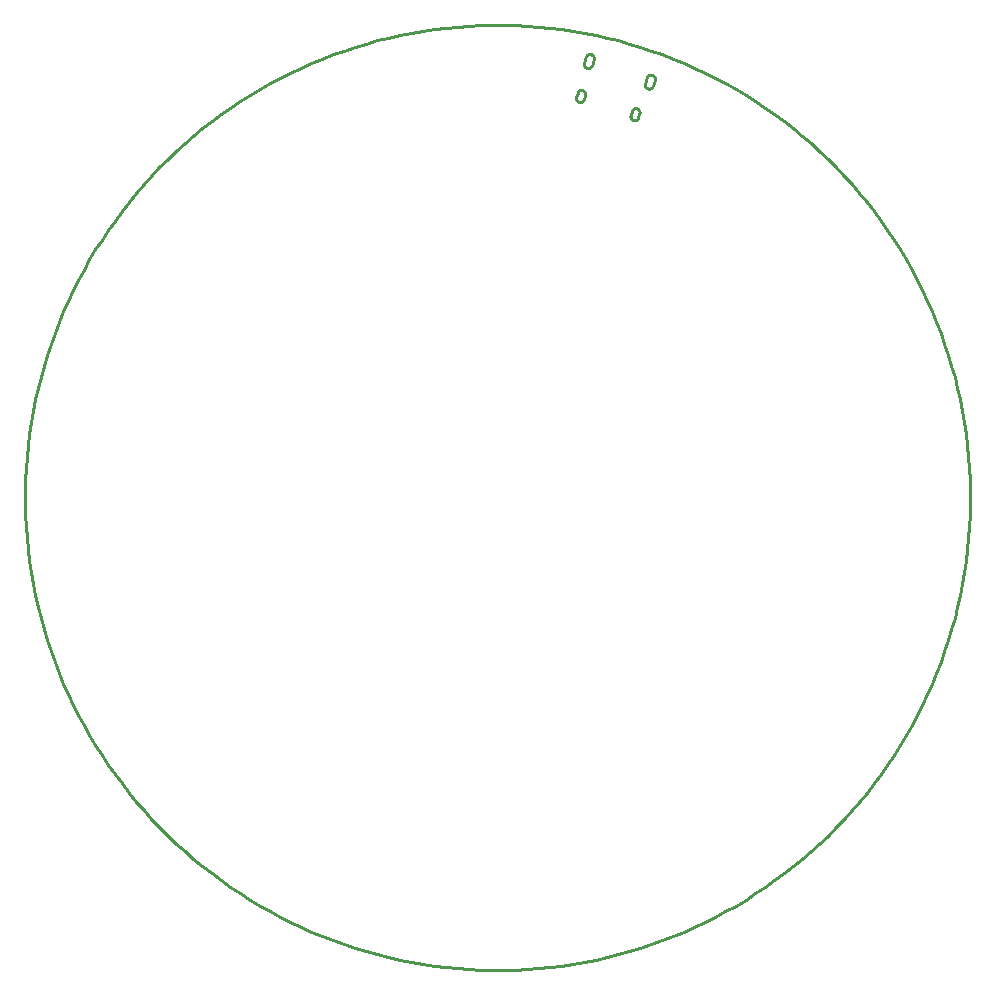
<source format=gbr>
G04 EAGLE Gerber RS-274X export*
G75*
%MOMM*%
%FSLAX34Y34*%
%LPD*%
%IN*%
%IPPOS*%
%AMOC8*
5,1,8,0,0,1.08239X$1,22.5*%
G01*
%ADD10C,0.254000*%


D10*
X400000Y-4909D02*
X400000Y4909D01*
X399759Y14724D01*
X399277Y24530D01*
X398555Y34322D01*
X397593Y44092D01*
X396391Y53836D01*
X394950Y63548D01*
X393272Y73221D01*
X391356Y82851D01*
X389205Y92430D01*
X386820Y101954D01*
X384201Y111416D01*
X381351Y120811D01*
X378271Y130134D01*
X374964Y139378D01*
X371430Y148538D01*
X367673Y157609D01*
X363695Y166584D01*
X359497Y175460D01*
X355083Y184229D01*
X350454Y192888D01*
X345615Y201431D01*
X340568Y209852D01*
X335315Y218146D01*
X329861Y226310D01*
X324207Y234337D01*
X318359Y242223D01*
X312318Y249963D01*
X306090Y257552D01*
X299677Y264986D01*
X293084Y272261D01*
X286314Y279372D01*
X279372Y286314D01*
X272261Y293084D01*
X264986Y299677D01*
X257552Y306090D01*
X249963Y312318D01*
X242223Y318359D01*
X234337Y324207D01*
X226310Y329861D01*
X218146Y335315D01*
X209852Y340568D01*
X201431Y345615D01*
X192888Y350454D01*
X184229Y355083D01*
X175460Y359497D01*
X166584Y363695D01*
X157609Y367673D01*
X148538Y371430D01*
X139378Y374964D01*
X130134Y378271D01*
X120811Y381351D01*
X111416Y384201D01*
X101954Y386820D01*
X92430Y389205D01*
X82851Y391356D01*
X73221Y393272D01*
X63548Y394950D01*
X53836Y396391D01*
X44092Y397593D01*
X34322Y398555D01*
X24530Y399277D01*
X14724Y399759D01*
X4909Y400000D01*
X-4909Y400000D01*
X-14724Y399759D01*
X-24530Y399277D01*
X-34322Y398555D01*
X-44092Y397593D01*
X-53836Y396391D01*
X-63548Y394950D01*
X-73221Y393272D01*
X-82851Y391356D01*
X-92430Y389205D01*
X-101954Y386820D01*
X-111416Y384201D01*
X-120811Y381351D01*
X-130134Y378271D01*
X-139378Y374964D01*
X-148538Y371430D01*
X-157609Y367673D01*
X-166584Y363695D01*
X-175460Y359497D01*
X-184229Y355083D01*
X-192888Y350454D01*
X-201431Y345615D01*
X-209852Y340568D01*
X-218146Y335315D01*
X-226310Y329861D01*
X-234337Y324207D01*
X-242223Y318359D01*
X-249963Y312318D01*
X-257552Y306090D01*
X-264986Y299677D01*
X-272261Y293084D01*
X-279372Y286314D01*
X-286314Y279372D01*
X-293084Y272261D01*
X-299677Y264986D01*
X-306090Y257552D01*
X-312318Y249963D01*
X-318359Y242223D01*
X-324207Y234337D01*
X-329861Y226310D01*
X-335315Y218146D01*
X-340568Y209852D01*
X-345615Y201431D01*
X-350454Y192888D01*
X-355083Y184229D01*
X-359497Y175460D01*
X-363695Y166584D01*
X-367673Y157609D01*
X-371430Y148538D01*
X-374964Y139378D01*
X-378271Y130134D01*
X-381351Y120811D01*
X-384201Y111416D01*
X-386820Y101954D01*
X-389205Y92430D01*
X-391356Y82851D01*
X-393272Y73221D01*
X-394950Y63548D01*
X-396391Y53836D01*
X-397593Y44092D01*
X-398555Y34322D01*
X-399277Y24530D01*
X-399759Y14724D01*
X-400000Y4909D01*
X-400000Y-4909D01*
X-399759Y-14724D01*
X-399277Y-24530D01*
X-398555Y-34322D01*
X-397593Y-44092D01*
X-396391Y-53836D01*
X-394950Y-63548D01*
X-393272Y-73221D01*
X-391356Y-82851D01*
X-389205Y-92430D01*
X-386820Y-101954D01*
X-384201Y-111416D01*
X-381351Y-120811D01*
X-378271Y-130134D01*
X-374964Y-139378D01*
X-371430Y-148538D01*
X-367673Y-157609D01*
X-363695Y-166584D01*
X-359497Y-175460D01*
X-355083Y-184229D01*
X-350454Y-192888D01*
X-345615Y-201431D01*
X-340568Y-209852D01*
X-335315Y-218146D01*
X-329861Y-226310D01*
X-324207Y-234337D01*
X-318359Y-242223D01*
X-312318Y-249963D01*
X-306090Y-257552D01*
X-299677Y-264986D01*
X-293084Y-272261D01*
X-286314Y-279372D01*
X-279372Y-286314D01*
X-272261Y-293084D01*
X-264986Y-299677D01*
X-257552Y-306090D01*
X-249963Y-312318D01*
X-242223Y-318359D01*
X-234337Y-324207D01*
X-226310Y-329861D01*
X-218146Y-335315D01*
X-209852Y-340568D01*
X-201431Y-345615D01*
X-192888Y-350454D01*
X-184229Y-355083D01*
X-175460Y-359497D01*
X-166584Y-363695D01*
X-157609Y-367673D01*
X-148538Y-371430D01*
X-139378Y-374964D01*
X-130134Y-378271D01*
X-120811Y-381351D01*
X-111416Y-384201D01*
X-101954Y-386820D01*
X-92430Y-389205D01*
X-82851Y-391356D01*
X-73221Y-393272D01*
X-63548Y-394950D01*
X-53836Y-396391D01*
X-44092Y-397593D01*
X-34322Y-398555D01*
X-24530Y-399277D01*
X-14724Y-399759D01*
X-4909Y-400000D01*
X4909Y-400000D01*
X14724Y-399759D01*
X24530Y-399277D01*
X34322Y-398555D01*
X44092Y-397593D01*
X53836Y-396391D01*
X63548Y-394950D01*
X73221Y-393272D01*
X82851Y-391356D01*
X92430Y-389205D01*
X101954Y-386820D01*
X111416Y-384201D01*
X120811Y-381351D01*
X130134Y-378271D01*
X139378Y-374964D01*
X148538Y-371430D01*
X157609Y-367673D01*
X166584Y-363695D01*
X175460Y-359497D01*
X184229Y-355083D01*
X192888Y-350454D01*
X201431Y-345615D01*
X209852Y-340568D01*
X218146Y-335315D01*
X226310Y-329861D01*
X234337Y-324207D01*
X242223Y-318359D01*
X249963Y-312318D01*
X257552Y-306090D01*
X264986Y-299677D01*
X272261Y-293084D01*
X279372Y-286314D01*
X286314Y-279372D01*
X293084Y-272261D01*
X299677Y-264986D01*
X306090Y-257552D01*
X312318Y-249963D01*
X318359Y-242223D01*
X324207Y-234337D01*
X329861Y-226310D01*
X335315Y-218146D01*
X340568Y-209852D01*
X345615Y-201431D01*
X350454Y-192888D01*
X355083Y-184229D01*
X359497Y-175460D01*
X363695Y-166584D01*
X367673Y-157609D01*
X371430Y-148538D01*
X374964Y-139378D01*
X378271Y-130134D01*
X381351Y-120811D01*
X384201Y-111416D01*
X386820Y-101954D01*
X389205Y-92430D01*
X391356Y-82851D01*
X393272Y-73221D01*
X394950Y-63548D01*
X396391Y-53836D01*
X397593Y-44092D01*
X398555Y-34322D01*
X399277Y-24530D01*
X399759Y-14724D01*
X400000Y-4909D01*
X66568Y338890D02*
X66490Y338618D01*
X66435Y338340D01*
X66405Y338058D01*
X66400Y337774D01*
X66419Y337492D01*
X66463Y337211D01*
X66531Y336936D01*
X66623Y336668D01*
X66738Y336409D01*
X66875Y336161D01*
X67033Y335925D01*
X67211Y335705D01*
X67407Y335500D01*
X67621Y335314D01*
X67850Y335147D01*
X68093Y335000D01*
X68348Y334876D01*
X68612Y334774D01*
X68708Y334741D01*
X68978Y334668D01*
X69252Y334619D01*
X69530Y334593D01*
X69810Y334593D01*
X70088Y334616D01*
X70363Y334663D01*
X70633Y334735D01*
X70895Y334829D01*
X71149Y334947D01*
X71391Y335085D01*
X71620Y335245D01*
X71834Y335423D01*
X72032Y335620D01*
X72213Y335833D01*
X72373Y336061D01*
X72514Y336303D01*
X72633Y336555D01*
X72729Y336817D01*
X74005Y340608D01*
X74032Y340710D01*
X74093Y341000D01*
X74129Y341294D01*
X74138Y341590D01*
X74122Y341886D01*
X74080Y342180D01*
X74012Y342468D01*
X73920Y342750D01*
X73803Y343022D01*
X73664Y343284D01*
X73501Y343532D01*
X73318Y343765D01*
X73116Y343981D01*
X72895Y344179D01*
X72658Y344357D01*
X72406Y344513D01*
X72141Y344647D01*
X71866Y344757D01*
X71717Y344812D01*
X71466Y344885D01*
X71210Y344936D01*
X70950Y344964D01*
X70688Y344969D01*
X70427Y344952D01*
X70169Y344912D01*
X69915Y344849D01*
X69667Y344765D01*
X69428Y344659D01*
X69199Y344533D01*
X68982Y344388D01*
X68778Y344224D01*
X68589Y344043D01*
X68417Y343846D01*
X68263Y343635D01*
X68127Y343411D01*
X68012Y343177D01*
X67917Y342933D01*
X67844Y342682D01*
X66568Y338890D01*
X72834Y367697D02*
X72786Y367403D01*
X72764Y367106D01*
X72768Y366808D01*
X72799Y366512D01*
X72854Y366220D01*
X72935Y365934D01*
X73041Y365655D01*
X73171Y365387D01*
X73323Y365132D01*
X73497Y364890D01*
X73691Y364665D01*
X73905Y364458D01*
X74136Y364269D01*
X74382Y364102D01*
X74641Y363957D01*
X74913Y363835D01*
X75194Y363737D01*
X75477Y363645D01*
X75767Y363578D01*
X76062Y363537D01*
X76359Y363521D01*
X76656Y363532D01*
X76952Y363568D01*
X77243Y363630D01*
X77528Y363717D01*
X77804Y363828D01*
X78069Y363963D01*
X78321Y364121D01*
X78559Y364300D01*
X78780Y364499D01*
X78983Y364717D01*
X79166Y364952D01*
X79328Y365201D01*
X79468Y365464D01*
X81382Y371151D01*
X81429Y371444D01*
X81451Y371741D01*
X81447Y372039D01*
X81417Y372335D01*
X81361Y372627D01*
X81280Y372914D01*
X81175Y373192D01*
X81045Y373460D01*
X80893Y373716D01*
X80719Y373957D01*
X80524Y374182D01*
X80311Y374390D01*
X80080Y374578D01*
X79834Y374745D01*
X79574Y374890D01*
X79303Y375012D01*
X79022Y375110D01*
X78738Y375202D01*
X78448Y375269D01*
X78154Y375311D01*
X77856Y375326D01*
X77559Y375316D01*
X77264Y375279D01*
X76973Y375218D01*
X76688Y375131D01*
X76412Y375019D01*
X76147Y374884D01*
X75894Y374726D01*
X75657Y374547D01*
X75435Y374348D01*
X75233Y374130D01*
X75049Y373896D01*
X74887Y373646D01*
X74747Y373383D01*
X72834Y367697D01*
X112630Y323389D02*
X112551Y323117D01*
X112497Y322838D01*
X112467Y322557D01*
X112461Y322273D01*
X112480Y321990D01*
X112524Y321710D01*
X112592Y321435D01*
X112684Y321167D01*
X112799Y320907D01*
X112936Y320659D01*
X113094Y320424D01*
X113272Y320203D01*
X113469Y319999D01*
X113683Y319813D01*
X113912Y319645D01*
X114154Y319499D01*
X114409Y319374D01*
X114674Y319272D01*
X114770Y319240D01*
X115039Y319167D01*
X115314Y319117D01*
X115592Y319092D01*
X115871Y319091D01*
X116149Y319114D01*
X116424Y319162D01*
X116694Y319233D01*
X116957Y319328D01*
X117210Y319445D01*
X117452Y319584D01*
X117682Y319743D01*
X117896Y319922D01*
X118094Y320119D01*
X118274Y320332D01*
X118435Y320560D01*
X118575Y320801D01*
X118694Y321054D01*
X118790Y321316D01*
X120066Y325107D01*
X120094Y325208D01*
X120155Y325498D01*
X120190Y325793D01*
X120200Y326089D01*
X120183Y326385D01*
X120141Y326678D01*
X120074Y326967D01*
X119982Y327248D01*
X119865Y327521D01*
X119725Y327782D01*
X119563Y328030D01*
X119380Y328263D01*
X119177Y328480D01*
X118956Y328677D01*
X118719Y328855D01*
X118467Y329012D01*
X118203Y329145D01*
X117928Y329256D01*
X117779Y329311D01*
X117528Y329383D01*
X117271Y329434D01*
X117011Y329462D01*
X116750Y329468D01*
X116489Y329450D01*
X116230Y329410D01*
X115976Y329348D01*
X115729Y329264D01*
X115490Y329158D01*
X115260Y329032D01*
X115043Y328886D01*
X114839Y328722D01*
X114651Y328541D01*
X114478Y328345D01*
X114324Y328134D01*
X114189Y327910D01*
X114073Y327675D01*
X113979Y327431D01*
X113906Y327180D01*
X112630Y323389D01*
X124582Y350282D02*
X124534Y349988D01*
X124512Y349691D01*
X124517Y349393D01*
X124547Y349097D01*
X124602Y348805D01*
X124683Y348518D01*
X124789Y348240D01*
X124919Y347972D01*
X125071Y347717D01*
X125245Y347475D01*
X125440Y347250D01*
X125653Y347042D01*
X125884Y346854D01*
X126130Y346687D01*
X126390Y346542D01*
X126661Y346420D01*
X126942Y346322D01*
X127225Y346230D01*
X127515Y346163D01*
X127810Y346122D01*
X128107Y346106D01*
X128405Y346116D01*
X128700Y346153D01*
X128991Y346215D01*
X129276Y346302D01*
X129552Y346413D01*
X129817Y346548D01*
X130069Y346706D01*
X130307Y346885D01*
X130528Y347084D01*
X130731Y347302D01*
X130914Y347536D01*
X131077Y347786D01*
X131216Y348049D01*
X133130Y353735D01*
X133178Y354029D01*
X133199Y354326D01*
X133195Y354624D01*
X133165Y354920D01*
X133109Y355212D01*
X133028Y355499D01*
X132923Y355777D01*
X132793Y356045D01*
X132641Y356300D01*
X132467Y356542D01*
X132272Y356767D01*
X132059Y356975D01*
X131828Y357163D01*
X131582Y357330D01*
X131322Y357475D01*
X131051Y357597D01*
X130770Y357695D01*
X130487Y357787D01*
X130197Y357854D01*
X129902Y357895D01*
X129605Y357911D01*
X129307Y357901D01*
X129012Y357864D01*
X128721Y357802D01*
X128436Y357715D01*
X128160Y357604D01*
X127895Y357469D01*
X127643Y357311D01*
X127405Y357132D01*
X127184Y356933D01*
X126981Y356715D01*
X126797Y356481D01*
X126635Y356231D01*
X126496Y355968D01*
X124582Y350282D01*
M02*

</source>
